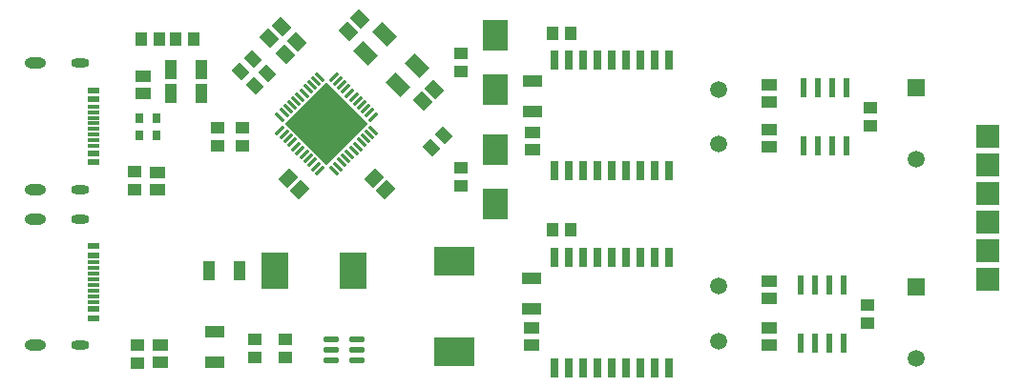
<source format=gbr>
%TF.GenerationSoftware,Altium Limited,Altium Designer,22.1.2 (22)*%
G04 Layer_Color=255*
%FSLAX44Y44*%
%MOMM*%
%TF.SameCoordinates,D2A5B157-11BA-4D30-A4C3-CA4352B12235*%
%TF.FilePolarity,Positive*%
%TF.FileFunction,Pads,Top*%
%TF.Part,Single*%
G01*
G75*
%TA.AperFunction,SMDPad,CuDef*%
%ADD10P,7.3539X4X180.0*%
G04:AMPARAMS|DCode=11|XSize=1.01mm|YSize=0.26mm|CornerRadius=0.0325mm|HoleSize=0mm|Usage=FLASHONLY|Rotation=135.000|XOffset=0mm|YOffset=0mm|HoleType=Round|Shape=RoundedRectangle|*
%AMROUNDEDRECTD11*
21,1,1.0100,0.1950,0,0,135.0*
21,1,0.9450,0.2600,0,0,135.0*
1,1,0.0650,-0.2652,0.4031*
1,1,0.0650,0.4031,-0.2652*
1,1,0.0650,0.2652,-0.4031*
1,1,0.0650,-0.4031,0.2652*
%
%ADD11ROUNDEDRECTD11*%
G04:AMPARAMS|DCode=12|XSize=0.26mm|YSize=1.01mm|CornerRadius=0.0325mm|HoleSize=0mm|Usage=FLASHONLY|Rotation=135.000|XOffset=0mm|YOffset=0mm|HoleType=Round|Shape=RoundedRectangle|*
%AMROUNDEDRECTD12*
21,1,0.2600,0.9450,0,0,135.0*
21,1,0.1950,1.0100,0,0,135.0*
1,1,0.0650,0.2652,0.4031*
1,1,0.0650,0.4031,0.2652*
1,1,0.0650,-0.2652,-0.4031*
1,1,0.0650,-0.4031,-0.2652*
%
%ADD12ROUNDEDRECTD12*%
G04:AMPARAMS|DCode=13|XSize=1.4mm|YSize=1.1mm|CornerRadius=0mm|HoleSize=0mm|Usage=FLASHONLY|Rotation=315.000|XOffset=0mm|YOffset=0mm|HoleType=Round|Shape=Rectangle|*
%AMROTATEDRECTD13*
4,1,4,-0.8839,0.1061,-0.1061,0.8839,0.8839,-0.1061,0.1061,-0.8839,-0.8839,0.1061,0.0*
%
%ADD13ROTATEDRECTD13*%

%ADD14R,1.1000X0.6000*%
%ADD15R,1.1000X0.3000*%
%ADD16R,1.0000X1.3000*%
%ADD17R,1.3000X1.0000*%
G04:AMPARAMS|DCode=18|XSize=1.75mm|YSize=0.59mm|CornerRadius=0.0738mm|HoleSize=0mm|Usage=FLASHONLY|Rotation=90.000|XOffset=0mm|YOffset=0mm|HoleType=Round|Shape=RoundedRectangle|*
%AMROUNDEDRECTD18*
21,1,1.7500,0.4425,0,0,90.0*
21,1,1.6025,0.5900,0,0,90.0*
1,1,0.1475,0.2213,0.8012*
1,1,0.1475,0.2213,-0.8012*
1,1,0.1475,-0.2213,-0.8012*
1,1,0.1475,-0.2213,0.8012*
%
%ADD18ROUNDEDRECTD18*%
%ADD19R,1.4000X1.1000*%
%ADD20R,1.7000X1.1000*%
%ADD21R,0.7620X1.7780*%
%ADD22R,2.2000X2.8000*%
G04:AMPARAMS|DCode=23|XSize=1.3mm|YSize=1mm|CornerRadius=0mm|HoleSize=0mm|Usage=FLASHONLY|Rotation=135.000|XOffset=0mm|YOffset=0mm|HoleType=Round|Shape=Rectangle|*
%AMROTATEDRECTD23*
4,1,4,0.8132,-0.1061,0.1061,-0.8132,-0.8132,0.1061,-0.1061,0.8132,0.8132,-0.1061,0.0*
%
%ADD23ROTATEDRECTD23*%

G04:AMPARAMS|DCode=24|XSize=1.4mm|YSize=1.1mm|CornerRadius=0mm|HoleSize=0mm|Usage=FLASHONLY|Rotation=225.000|XOffset=0mm|YOffset=0mm|HoleType=Round|Shape=Rectangle|*
%AMROTATEDRECTD24*
4,1,4,0.1061,0.8839,0.8839,0.1061,-0.1061,-0.8839,-0.8839,-0.1061,0.1061,0.8839,0.0*
%
%ADD24ROTATEDRECTD24*%

G04:AMPARAMS|DCode=25|XSize=1.2mm|YSize=1.8mm|CornerRadius=0mm|HoleSize=0mm|Usage=FLASHONLY|Rotation=45.000|XOffset=0mm|YOffset=0mm|HoleType=Round|Shape=Rectangle|*
%AMROTATEDRECTD25*
4,1,4,0.2121,-1.0607,-1.0607,0.2121,-0.2121,1.0607,1.0607,-0.2121,0.2121,-1.0607,0.0*
%
%ADD25ROTATEDRECTD25*%

%ADD26R,1.1000X1.7000*%
%ADD27R,0.7000X0.9000*%
%ADD28R,3.6000X2.6500*%
G04:AMPARAMS|DCode=29|XSize=1.37mm|YSize=0.59mm|CornerRadius=0.1475mm|HoleSize=0mm|Usage=FLASHONLY|Rotation=180.000|XOffset=0mm|YOffset=0mm|HoleType=Round|Shape=RoundedRectangle|*
%AMROUNDEDRECTD29*
21,1,1.3700,0.2950,0,0,180.0*
21,1,1.0750,0.5900,0,0,180.0*
1,1,0.2950,-0.5375,0.1475*
1,1,0.2950,0.5375,0.1475*
1,1,0.2950,0.5375,-0.1475*
1,1,0.2950,-0.5375,-0.1475*
%
%ADD29ROUNDEDRECTD29*%
%ADD30R,2.4000X3.3000*%
%TA.AperFunction,ComponentPad*%
%ADD39O,1.9000X0.9500*%
%ADD40O,1.6000X0.8000*%
%ADD41C,1.5000*%
%ADD42R,1.5000X1.5000*%
%ADD43R,2.0000X2.0000*%
D10*
X558800Y1160780D02*
D03*
D11*
X517364Y1166861D02*
D03*
X520899Y1170397D02*
D03*
X524435Y1173932D02*
D03*
X527970Y1177468D02*
D03*
X531506Y1181003D02*
D03*
X535041Y1184539D02*
D03*
X538577Y1188074D02*
D03*
X542112Y1191610D02*
D03*
X545648Y1195145D02*
D03*
X549183Y1198681D02*
D03*
X552719Y1202216D02*
D03*
X600237Y1154699D02*
D03*
X596701Y1151163D02*
D03*
X593165Y1147628D02*
D03*
X589630Y1144092D02*
D03*
X586094Y1140557D02*
D03*
X582559Y1137021D02*
D03*
X579023Y1133486D02*
D03*
X575488Y1129950D02*
D03*
X571952Y1126415D02*
D03*
X568417Y1122879D02*
D03*
X564881Y1119343D02*
D03*
D12*
X552719D02*
D03*
X549183Y1122879D02*
D03*
X545648Y1126415D02*
D03*
X542112Y1129950D02*
D03*
X538577Y1133486D02*
D03*
X535041Y1137021D02*
D03*
X531506Y1140557D02*
D03*
X527970Y1144092D02*
D03*
X524435Y1147628D02*
D03*
X520899Y1151163D02*
D03*
X517364Y1154699D02*
D03*
X564881Y1202216D02*
D03*
X568417Y1198681D02*
D03*
X571952Y1195145D02*
D03*
X575488Y1191610D02*
D03*
X579023Y1188074D02*
D03*
X582559Y1184539D02*
D03*
X586094Y1181003D02*
D03*
X589630Y1177468D02*
D03*
X593165Y1173932D02*
D03*
X596701Y1170397D02*
D03*
X600237Y1166861D02*
D03*
D13*
X518383Y1247363D02*
D03*
X507777Y1236757D02*
D03*
X521747Y1222787D02*
D03*
X532353Y1233393D02*
D03*
X577627Y1243107D02*
D03*
X588233Y1253713D02*
D03*
X654273Y1191483D02*
D03*
X643667Y1180877D02*
D03*
D14*
X351500Y1052000D02*
D03*
Y1044000D02*
D03*
Y996000D02*
D03*
Y988000D02*
D03*
X351860Y1190560D02*
D03*
Y1182560D02*
D03*
Y1134560D02*
D03*
Y1126560D02*
D03*
D15*
X351500Y1037500D02*
D03*
Y1032500D02*
D03*
Y1027500D02*
D03*
Y1022500D02*
D03*
Y1017500D02*
D03*
Y1012500D02*
D03*
Y1007500D02*
D03*
Y1002500D02*
D03*
X351860Y1176060D02*
D03*
Y1171060D02*
D03*
Y1166060D02*
D03*
Y1161060D02*
D03*
Y1156060D02*
D03*
Y1151060D02*
D03*
Y1146060D02*
D03*
Y1141060D02*
D03*
D16*
X775080Y1066800D02*
D03*
X759080D02*
D03*
X425070Y1235710D02*
D03*
X441070D02*
D03*
X394590D02*
D03*
X410590D02*
D03*
X775080Y1240790D02*
D03*
X759080D02*
D03*
D17*
X1038860Y983870D02*
D03*
Y999870D02*
D03*
X678180Y1105790D02*
D03*
Y1121790D02*
D03*
Y1207390D02*
D03*
Y1223390D02*
D03*
X1041400Y1159130D02*
D03*
Y1175130D02*
D03*
X388620Y1101980D02*
D03*
Y1117980D02*
D03*
X483870Y1157350D02*
D03*
Y1141350D02*
D03*
X462280Y1157350D02*
D03*
Y1141350D02*
D03*
X521970Y953390D02*
D03*
Y969390D02*
D03*
X495300Y953390D02*
D03*
Y969390D02*
D03*
X391160Y964310D02*
D03*
Y948310D02*
D03*
D18*
X979170Y1017720D02*
D03*
X991870D02*
D03*
X1004570D02*
D03*
X1017270D02*
D03*
Y966020D02*
D03*
X1004570D02*
D03*
X991870D02*
D03*
X979170D02*
D03*
X981710Y1192980D02*
D03*
X994410D02*
D03*
X1007110D02*
D03*
X1019810D02*
D03*
Y1141280D02*
D03*
X1007110D02*
D03*
X994410D02*
D03*
X981710D02*
D03*
D19*
X951230Y1020960D02*
D03*
Y1005960D02*
D03*
X951230Y964050D02*
D03*
Y979050D02*
D03*
X740410Y964050D02*
D03*
Y979050D02*
D03*
X741680Y1138040D02*
D03*
Y1153040D02*
D03*
X951230Y1194950D02*
D03*
Y1179950D02*
D03*
X951230Y1140580D02*
D03*
Y1155580D02*
D03*
X408940Y1117480D02*
D03*
Y1102480D02*
D03*
X411480Y948810D02*
D03*
Y963810D02*
D03*
X396240Y1187570D02*
D03*
Y1202570D02*
D03*
D20*
X740410Y996150D02*
D03*
Y1023150D02*
D03*
X741680Y1171410D02*
D03*
Y1198410D02*
D03*
X459740Y976160D02*
D03*
Y949160D02*
D03*
D21*
X760730Y1042289D02*
D03*
X773430D02*
D03*
X786130D02*
D03*
X798830D02*
D03*
X811530D02*
D03*
X824230D02*
D03*
X836930D02*
D03*
X849630D02*
D03*
X862330D02*
D03*
Y943991D02*
D03*
X849630D02*
D03*
X836930D02*
D03*
X824230D02*
D03*
X811530D02*
D03*
X798830D02*
D03*
X786130D02*
D03*
X773430D02*
D03*
X760730D02*
D03*
Y1217549D02*
D03*
X773430D02*
D03*
X786130D02*
D03*
X798830D02*
D03*
X811530D02*
D03*
X824230D02*
D03*
X836930D02*
D03*
X849630D02*
D03*
X862330D02*
D03*
Y1119251D02*
D03*
X849630D02*
D03*
X836930D02*
D03*
X824230D02*
D03*
X811530D02*
D03*
X798830D02*
D03*
X786130D02*
D03*
X773430D02*
D03*
X760730D02*
D03*
D22*
X708660Y1089790D02*
D03*
Y1137790D02*
D03*
Y1191390D02*
D03*
Y1239390D02*
D03*
D23*
X506037Y1205807D02*
D03*
X494723Y1194493D02*
D03*
X493337Y1218507D02*
D03*
X482023Y1207193D02*
D03*
X651343Y1139343D02*
D03*
X662657Y1150657D02*
D03*
D24*
X524287Y1112743D02*
D03*
X534893Y1102137D02*
D03*
X600487Y1112743D02*
D03*
X611093Y1102137D02*
D03*
D25*
X610293Y1240557D02*
D03*
X638577Y1212273D02*
D03*
X621607Y1195303D02*
D03*
X593323Y1223587D02*
D03*
D26*
X420840Y1209040D02*
D03*
X447840D02*
D03*
Y1187450D02*
D03*
X420840D02*
D03*
X454500Y1030000D02*
D03*
X481500D02*
D03*
D27*
X392550Y1165860D02*
D03*
X407550D02*
D03*
X392550Y1150620D02*
D03*
X407550D02*
D03*
D28*
X671830Y1038470D02*
D03*
Y957970D02*
D03*
D29*
X585740Y969620D02*
D03*
Y960120D02*
D03*
Y950620D02*
D03*
X562340D02*
D03*
Y960120D02*
D03*
Y969620D02*
D03*
D30*
X512620Y1029970D02*
D03*
X582120D02*
D03*
D39*
X300000Y1076200D02*
D03*
Y963800D02*
D03*
X300360Y1214760D02*
D03*
Y1102360D02*
D03*
D40*
X340000Y963800D02*
D03*
Y1076200D02*
D03*
X340360Y1102360D02*
D03*
Y1214760D02*
D03*
D41*
X906780Y1016270D02*
D03*
Y967470D02*
D03*
X1082040Y952500D02*
D03*
X906780Y1191260D02*
D03*
Y1142460D02*
D03*
X1082040Y1129030D02*
D03*
D42*
Y1016000D02*
D03*
Y1192530D02*
D03*
D43*
X1145540Y1022350D02*
D03*
Y1149350D02*
D03*
Y1123950D02*
D03*
Y1098550D02*
D03*
Y1073150D02*
D03*
Y1047750D02*
D03*
%TF.MD5,4bb92e2c09539d9e0ba2c79490b59474*%
M02*

</source>
